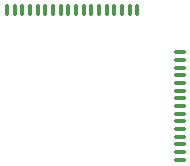
<source format=gbr>
%TF.GenerationSoftware,KiCad,Pcbnew,7.0.7*%
%TF.CreationDate,2024-03-24T16:36:29-04:00*%
%TF.ProjectId,RCP-FLEX,5243502d-464c-4455-982e-6b696361645f,rev?*%
%TF.SameCoordinates,Original*%
%TF.FileFunction,Soldermask,Bot*%
%TF.FilePolarity,Negative*%
%FSLAX46Y46*%
G04 Gerber Fmt 4.6, Leading zero omitted, Abs format (unit mm)*
G04 Created by KiCad (PCBNEW 7.0.7) date 2024-03-24 16:36:29*
%MOMM*%
%LPD*%
G01*
G04 APERTURE LIST*
%ADD10O,0.400000X1.000000*%
%ADD11O,1.000000X0.400000*%
G04 APERTURE END LIST*
D10*
%TO.C,TP2*%
X160415000Y-63500000D03*
%TD*%
%TO.C,TP9*%
X164965000Y-63500000D03*
%TD*%
D11*
%TO.C,TP31*%
X174390000Y-74910000D03*
%TD*%
D10*
%TO.C,TP5*%
X162365000Y-63500000D03*
%TD*%
D11*
%TO.C,TP24*%
X174390000Y-70360000D03*
%TD*%
D10*
%TO.C,TP1*%
X159765000Y-63500000D03*
%TD*%
%TO.C,TP6*%
X163015000Y-63500000D03*
%TD*%
D11*
%TO.C,TP23*%
X174390000Y-69710000D03*
%TD*%
D10*
%TO.C,TP14*%
X168215000Y-63500000D03*
%TD*%
%TO.C,TP11*%
X166265000Y-63500000D03*
%TD*%
%TO.C,TP18*%
X170815000Y-63500000D03*
%TD*%
%TO.C,TP17*%
X170165000Y-63500000D03*
%TD*%
%TO.C,TP4*%
X161715000Y-63500000D03*
%TD*%
%TO.C,TP10*%
X165615000Y-63500000D03*
%TD*%
D11*
%TO.C,TP29*%
X174390000Y-73610000D03*
%TD*%
%TO.C,TP27*%
X174390000Y-72310000D03*
%TD*%
D10*
%TO.C,TP15*%
X168865000Y-63500000D03*
%TD*%
%TO.C,TP12*%
X166915000Y-63500000D03*
%TD*%
%TO.C,TP7*%
X163665000Y-63500000D03*
%TD*%
%TO.C,TP8*%
X164315000Y-63500000D03*
%TD*%
%TO.C,TP16*%
X169515000Y-63500000D03*
%TD*%
D11*
%TO.C,TP20*%
X174390000Y-67760000D03*
%TD*%
%TO.C,TP25*%
X174390000Y-71010000D03*
%TD*%
%TO.C,TP21*%
X174390000Y-68410000D03*
%TD*%
%TO.C,TP22*%
X174390000Y-69060000D03*
%TD*%
D10*
%TO.C,TP3*%
X161065000Y-63500000D03*
%TD*%
D11*
%TO.C,TP30*%
X174390000Y-74260000D03*
%TD*%
%TO.C,TP19*%
X174390000Y-67110000D03*
%TD*%
%TO.C,TP33*%
X174390000Y-76210000D03*
%TD*%
%TO.C,TP28*%
X174390000Y-72960000D03*
%TD*%
%TO.C,TP26*%
X174390000Y-71660000D03*
%TD*%
%TO.C,TP32*%
X174390000Y-75560000D03*
%TD*%
D10*
%TO.C,TP13*%
X167565000Y-63500000D03*
%TD*%
M02*

</source>
